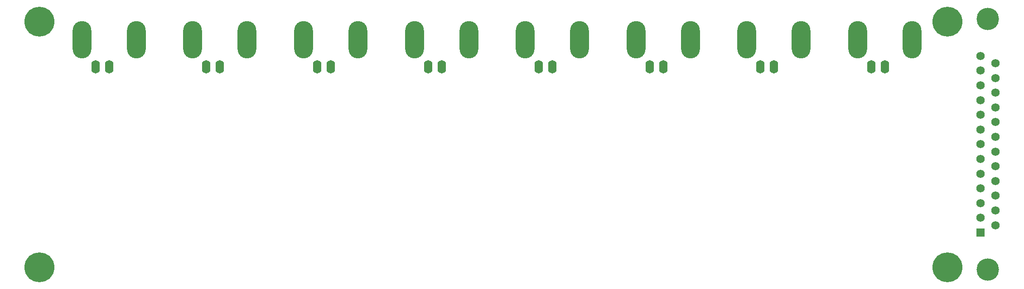
<source format=gbr>
%TF.GenerationSoftware,KiCad,Pcbnew,9.0.0*%
%TF.CreationDate,2025-06-08T21:09:37+02:00*%
%TF.ProjectId,LDC_BNC_interface,4c44435f-424e-4435-9f69-6e7465726661,rev?*%
%TF.SameCoordinates,Original*%
%TF.FileFunction,Soldermask,Bot*%
%TF.FilePolarity,Negative*%
%FSLAX46Y46*%
G04 Gerber Fmt 4.6, Leading zero omitted, Abs format (unit mm)*
G04 Created by KiCad (PCBNEW 9.0.0) date 2025-06-08 21:09:37*
%MOMM*%
%LPD*%
G01*
G04 APERTURE LIST*
%ADD10C,4.191000*%
%ADD11R,1.562100X1.562100*%
%ADD12C,1.562100*%
%ADD13O,1.600000X2.500000*%
%ADD14O,3.500000X7.000000*%
%ADD15C,5.600000*%
G04 APERTURE END LIST*
D10*
%TO.C,J4*%
X230242000Y-94460400D03*
X230242000Y-47419600D03*
D11*
X228819600Y-87500000D03*
D12*
X228819600Y-84740000D03*
X228819600Y-81980000D03*
X228819600Y-79220000D03*
X228819600Y-76460000D03*
X228819600Y-73700000D03*
X228819600Y-70940000D03*
X228819600Y-68180000D03*
X228819600Y-65420000D03*
X228819600Y-62660000D03*
X228819600Y-59900000D03*
X228819600Y-57140000D03*
X228819600Y-54380000D03*
X231664400Y-86120000D03*
X231664400Y-83360000D03*
X231664400Y-80600000D03*
X231664400Y-77840000D03*
X231664400Y-75080000D03*
X231664400Y-72320000D03*
X231664400Y-69560000D03*
X231664400Y-66800000D03*
X231664400Y-64040000D03*
X231664400Y-61280000D03*
X231664400Y-58520000D03*
X231664400Y-55760000D03*
%TD*%
D13*
%TO.C,J5*%
X107440000Y-56450000D03*
D14*
X102360000Y-51370000D03*
D13*
X104900000Y-56450000D03*
D14*
X112520000Y-51370000D03*
%TD*%
D13*
%TO.C,J9*%
X190288000Y-56450000D03*
D14*
X185208000Y-51370000D03*
D13*
X187748000Y-56450000D03*
D14*
X195368000Y-51370000D03*
%TD*%
D15*
%TO.C,H2*%
X222700000Y-94000000D03*
%TD*%
%TO.C,H4*%
X53000000Y-48000000D03*
%TD*%
D13*
%TO.C,J1*%
X66016000Y-56450000D03*
D14*
X60936000Y-51370000D03*
D13*
X63476000Y-56450000D03*
D14*
X71096000Y-51370000D03*
%TD*%
D13*
%TO.C,J2*%
X86728000Y-56450000D03*
D14*
X81648000Y-51370000D03*
D13*
X84188000Y-56450000D03*
D14*
X91808000Y-51370000D03*
%TD*%
D13*
%TO.C,J7*%
X148864000Y-56450000D03*
D14*
X143784000Y-51370000D03*
D13*
X146324000Y-56450000D03*
D14*
X153944000Y-51370000D03*
%TD*%
D15*
%TO.C,H1*%
X222700000Y-48000000D03*
%TD*%
D13*
%TO.C,J8*%
X211000000Y-56450000D03*
D14*
X205920000Y-51370000D03*
D13*
X208460000Y-56450000D03*
D14*
X216080000Y-51370000D03*
%TD*%
D13*
%TO.C,J3*%
X128152000Y-56450000D03*
D14*
X123072000Y-51370000D03*
D13*
X125612000Y-56450000D03*
D14*
X133232000Y-51370000D03*
%TD*%
D15*
%TO.C,H3*%
X53000000Y-94000000D03*
%TD*%
D13*
%TO.C,J6*%
X169576000Y-56450000D03*
D14*
X164496000Y-51370000D03*
D13*
X167036000Y-56450000D03*
D14*
X174656000Y-51370000D03*
%TD*%
M02*

</source>
